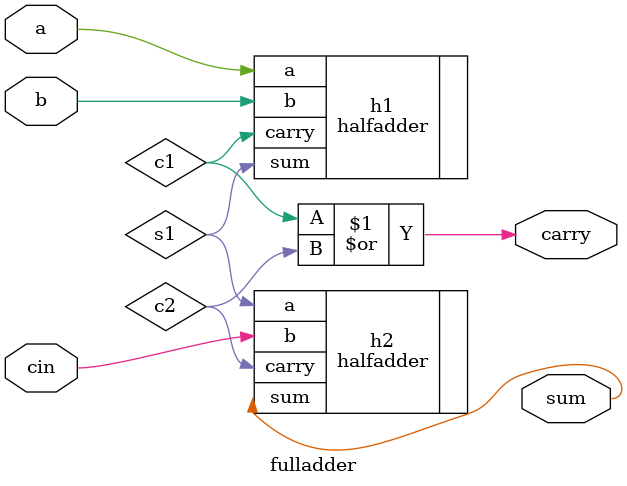
<source format=v>
`timescale 1ns / 1ps
module fulladder(
    input a,
	 input b,
	 input cin,
	 output sum,
	 output carry
);

wire s1, c1, c2;

halfadder h1(.a(a), .b(b), .sum(s1), .carry(c1));
halfadder h2(.a(s1), .b(cin), .sum(sum), .carry(c2));
or o1(carry, c1, c2);

endmodule

</source>
